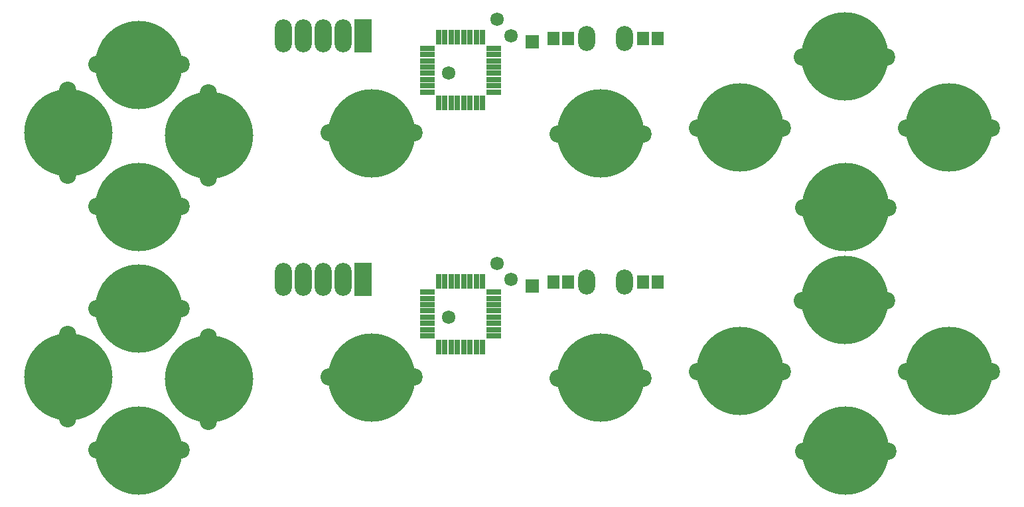
<source format=gts>
G04 DipTrace 3.3.1.1*
G04 top_mask_gamepad_speedlink2dendy.gts*
%MOMM*%
G04 #@! TF.FileFunction,Soldermask,Top*
G04 #@! TF.Part,Single*
%ADD20O,11.2712X11.11374*%
%ADD22O,11.11374X11.2712*%
%ADD38O,2.2X3.2*%
%ADD40R,1.9X0.7*%
%ADD42R,0.7X1.9*%
%ADD44R,1.724X1.724*%
%ADD46C,1.724*%
%ADD48O,2.2X4.2*%
%ADD50R,2.2X4.2*%
%ADD52R,1.5X1.7*%
%ADD56C,2.2*%
%FSLAX35Y35*%
G04*
G71*
G90*
G75*
G01*
G04 TopMask*
%LPD*%
D20*
X3389460Y2508210D3*
D56*
X3381497Y1968460D3*
Y3047960D3*
D20*
X1595400Y2539960D3*
D56*
X1587437Y2000210D3*
Y3079710D3*
D22*
X2492347Y1595350D3*
D56*
X1952597Y1603313D3*
X3032097D3*
D22*
X2492380Y3405277D3*
D56*
X1952630Y3413240D3*
X3032130D3*
D22*
X8381873Y2531963D3*
D56*
X8921623Y2524000D3*
X7842123D3*
D22*
X5461307Y2532077D3*
D56*
X4921557Y2540040D3*
X6001057D3*
D22*
X11510427Y1595367D3*
D56*
X12050177Y1587403D3*
X10970677D3*
D22*
X12826873Y2611337D3*
D56*
X13366623Y2603373D3*
X12287123D3*
D22*
X10160960Y2611447D3*
D56*
X10700710Y2603483D3*
X9621210D3*
D22*
X11494550Y3516403D3*
D56*
X12034300Y3508440D3*
X10954800D3*
D52*
X7779597Y3746403D3*
X7969597D3*
X9112457Y3746663D3*
X8922457D3*
D50*
X5350100Y3778417D3*
D48*
X5096100D3*
X4842100D3*
X4588100D3*
X4334100D3*
D46*
X7239530D3*
X7064887Y3984813D3*
X6445127Y3301873D3*
D44*
X7509433Y3699033D3*
D42*
X6315793Y2919650D3*
X6395793D3*
X6475793D3*
X6555793D3*
X6635793D3*
X6715793D3*
X6795793D3*
X6875793D3*
D40*
X7015793Y3059650D3*
Y3139650D3*
Y3219650D3*
Y3299650D3*
Y3379650D3*
Y3459650D3*
Y3539650D3*
Y3619650D3*
D42*
X6875793Y3759650D3*
X6795793D3*
X6715793D3*
X6635793D3*
X6555793D3*
X6475793D3*
X6395793D3*
X6315793D3*
D40*
X6175793Y3619650D3*
Y3539650D3*
Y3459650D3*
Y3379650D3*
Y3299650D3*
Y3219650D3*
Y3139650D3*
Y3059650D3*
D38*
X8690607Y3746663D3*
X8208007D3*
D20*
X3389460Y5620037D3*
D56*
X3381497Y5080287D3*
Y6159787D3*
D20*
X1595400Y5651787D3*
D56*
X1587437Y5112037D3*
Y6191537D3*
D22*
X2492347Y4707177D3*
D56*
X1952597Y4715140D3*
X3032097D3*
D22*
X2492380Y6517103D3*
D56*
X1952630Y6525067D3*
X3032130D3*
D22*
X8381873Y5643790D3*
D56*
X8921623Y5635827D3*
X7842123D3*
D22*
X5461307Y5643903D3*
D56*
X4921557Y5651867D3*
X6001057D3*
D22*
X11510427Y4707193D3*
D56*
X12050177Y4699230D3*
X10970677D3*
D22*
X12826873Y5723163D3*
D56*
X13366623Y5715200D3*
X12287123D3*
D22*
X10160960Y5723273D3*
D56*
X10700710Y5715310D3*
X9621210D3*
D22*
X11494550Y6628230D3*
D56*
X12034300Y6620267D3*
X10954800D3*
D52*
X7779597Y6858230D3*
X7969597D3*
X9112457Y6858490D3*
X8922457D3*
D50*
X5350100Y6890243D3*
D48*
X5096100D3*
X4842100D3*
X4588100D3*
X4334100D3*
D46*
X7239530D3*
X7064887Y7096640D3*
X6445127Y6413700D3*
D44*
X7509433Y6810860D3*
D42*
X6315793Y6031477D3*
X6395793D3*
X6475793D3*
X6555793D3*
X6635793D3*
X6715793D3*
X6795793D3*
X6875793D3*
D40*
X7015793Y6171477D3*
Y6251477D3*
Y6331477D3*
Y6411477D3*
Y6491477D3*
Y6571477D3*
Y6651477D3*
Y6731477D3*
D42*
X6875793Y6871477D3*
X6795793D3*
X6715793D3*
X6635793D3*
X6555793D3*
X6475793D3*
X6395793D3*
X6315793D3*
D40*
X6175793Y6731477D3*
Y6651477D3*
Y6571477D3*
Y6491477D3*
Y6411477D3*
Y6331477D3*
Y6251477D3*
Y6171477D3*
D38*
X8690607Y6858490D3*
X8208007D3*
M02*

</source>
